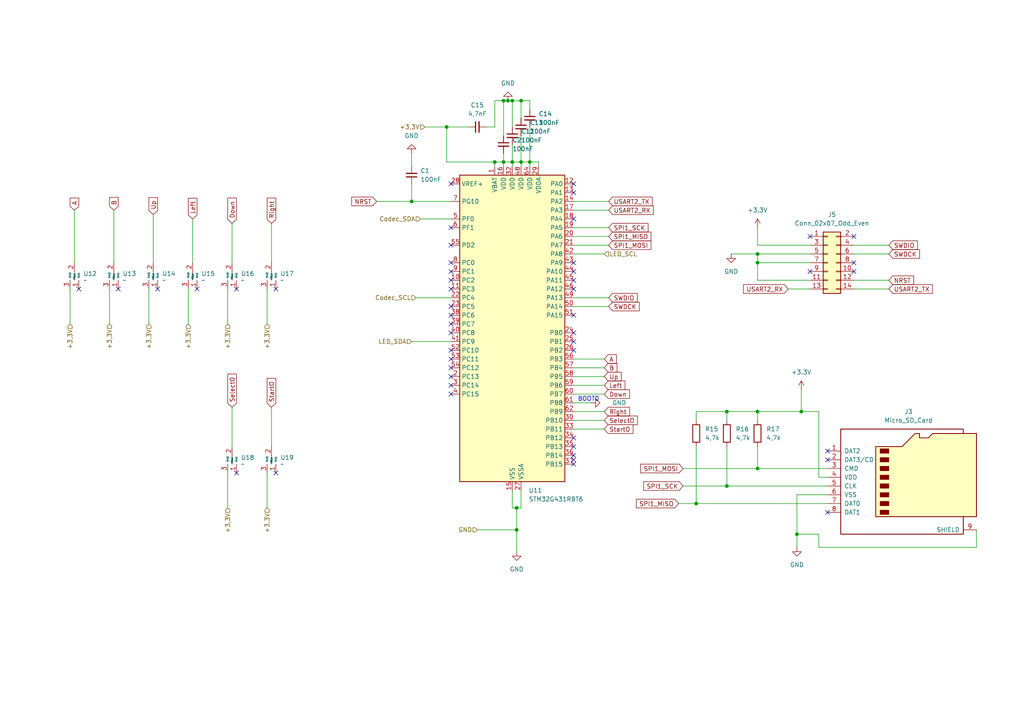
<source format=kicad_sch>
(kicad_sch (version 20231120) (generator "eeschema") (generator_version "8.0")
  (paper "A4")
  (lib_symbols
    (symbol "Connector:Micro_SD_Card" (pin_names (offset 1.016))
      (property "Reference" "J" (at -16.51 15.24 0))
      (property "Value" "Micro_SD_Card" (at 16.51 15.24 0))
      (symbol "Micro_SD_Card_0_1"
        (rectangle (start -7.62 -9.525) (end -5.08 -10.795) (fill (type outline)))
        (rectangle (start -7.62 -6.985) (end -5.08 -8.255) (fill (type outline)))
        (rectangle (start -7.62 -4.445) (end -5.08 -5.715) (fill (type outline)))
        (rectangle (start -7.62 -1.905) (end -5.08 -3.175) (fill (type outline)))
        (rectangle (start -7.62 0.635) (end -5.08 -0.635) (fill (type outline)))
        (rectangle (start -7.62 3.175) (end -5.08 1.905) (fill (type outline)))
        (rectangle (start -7.62 5.715) (end -5.08 4.445) (fill (type outline)))
        (rectangle (start -7.62 8.255) (end -5.08 6.985) (fill (type outline)))
        (polyline (pts (xy 16.51 12.7) (xy 16.51 13.97) (xy -19.05 13.97) (xy -19.05 -16.51) (xy 16.51 -16.51) (xy 16.51 -11.43)) (stroke (width 0.254)))
        (polyline (pts (xy -8.89 -11.43) (xy -8.89 8.89) (xy -1.27 8.89) (xy 2.54 12.7) (xy 3.81 12.7) (xy 3.81 11.43) (xy 6.35 11.43) (xy 7.62 12.7) (xy 20.32 12.7) (xy 20.32 -11.43) (xy -8.89 -11.43)) (stroke (width 0.254)) (fill (type background)))
      )
      (symbol "Micro_SD_Card_1_1"
        (pin bidirectional line (at -22.86 7.62 0) (length 3.81) (name "DAT2") (number "1"))
        (pin bidirectional line (at -22.86 5.08 0) (length 3.81) (name "DAT3/CD") (number "2"))
        (pin input line (at -22.86 2.54 0) (length 3.81) (name "CMD") (number "3"))
        (pin power_in line (at -22.86 0 0) (length 3.81) (name "VDD") (number "4"))
        (pin input line (at -22.86 -2.54 0) (length 3.81) (name "CLK") (number "5"))
        (pin power_in line (at -22.86 -5.08 0) (length 3.81) (name "VSS") (number "6"))
        (pin bidirectional line (at -22.86 -7.62 0) (length 3.81) (name "DAT0") (number "7"))
        (pin bidirectional line (at -22.86 -10.16 0) (length 3.81) (name "DAT1") (number "8"))
        (pin passive line (at 20.32 -15.24 180) (length 3.81) (name "SHIELD") (number "9"))
      )
    )
    (symbol "Connector_Generic:Conn_02x07_Odd_Even" (pin_names (offset 1.016) hide)
      (property "Reference" "J" (at 1.27 10.16 0))
      (property "Value" "Conn_02x07_Odd_Even" (at 1.27 -10.16 0))
      (symbol "Conn_02x07_Odd_Even_1_1"
        (rectangle (start -1.27 -7.493) (end 0 -7.747) (stroke (width 0.1524)))
        (rectangle (start -1.27 -4.953) (end 0 -5.207) (stroke (width 0.1524)))
        (rectangle (start -1.27 -2.413) (end 0 -2.667) (stroke (width 0.1524)))
        (rectangle (start -1.27 0.127) (end 0 -0.127) (stroke (width 0.1524)))
        (rectangle (start -1.27 2.667) (end 0 2.413) (stroke (width 0.1524)))
        (rectangle (start -1.27 5.207) (end 0 4.953) (stroke (width 0.1524)))
        (rectangle (start -1.27 7.747) (end 0 7.493) (stroke (width 0.1524)))
        (rectangle (start -1.27 8.89) (end 3.81 -8.89) (stroke (width 0.254)) (fill (type background)))
        (rectangle (start 3.81 -7.493) (end 2.54 -7.747) (stroke (width 0.1524)))
        (rectangle (start 3.81 -4.953) (end 2.54 -5.207) (stroke (width 0.1524)))
        (rectangle (start 3.81 -2.413) (end 2.54 -2.667) (stroke (width 0.1524)))
        (rectangle (start 3.81 0.127) (end 2.54 -0.127) (stroke (width 0.1524)))
        (rectangle (start 3.81 2.667) (end 2.54 2.413) (stroke (width 0.1524)))
        (rectangle (start 3.81 5.207) (end 2.54 4.953) (stroke (width 0.1524)))
        (rectangle (start 3.81 7.747) (end 2.54 7.493) (stroke (width 0.1524)))
        (pin passive line (at -5.08 7.62 0) (length 3.81) (name "Pin_1") (number "1"))
        (pin passive line (at 7.62 -2.54 180) (length 3.81) (name "Pin_10") (number "10"))
        (pin passive line (at -5.08 -5.08 0) (length 3.81) (name "Pin_11") (number "11"))
        (pin passive line (at 7.62 -5.08 180) (length 3.81) (name "Pin_12") (number "12"))
        (pin passive line (at -5.08 -7.62 0) (length 3.81) (name "Pin_13") (number "13"))
        (pin passive line (at 7.62 -7.62 180) (length 3.81) (name "Pin_14") (number "14"))
        (pin passive line (at 7.62 7.62 180) (length 3.81) (name "Pin_2") (number "2"))
        (pin passive line (at -5.08 5.08 0) (length 3.81) (name "Pin_3") (number "3"))
        (pin passive line (at 7.62 5.08 180) (length 3.81) (name "Pin_4") (number "4"))
        (pin passive line (at -5.08 2.54 0) (length 3.81) (name "Pin_5") (number "5"))
        (pin passive line (at 7.62 2.54 180) (length 3.81) (name "Pin_6") (number "6"))
        (pin passive line (at -5.08 0 0) (length 3.81) (name "Pin_7") (number "7"))
        (pin passive line (at 7.62 0 180) (length 3.81) (name "Pin_8") (number "8"))
        (pin passive line (at -5.08 -2.54 0) (length 3.81) (name "Pin_9") (number "9"))
      )
    )
    (symbol "Device:C_Small" (pin_numbers hide) (pin_names (offset 0.254) hide)
      (property "Reference" "C" (at 0.254 1.778 0))
      (property "Value" "C_Small" (at 0.254 -2.032 0))
      (symbol "C_Small_0_1"
        (polyline (pts (xy -1.524 -0.508) (xy 1.524 -0.508)) (stroke (width 0.3302)))
        (polyline (pts (xy -1.524 0.508) (xy 1.524 0.508)) (stroke (width 0.3048)))
      )
      (symbol "C_Small_1_1"
        (pin passive line (at 0 2.54 270) (length 2.032) (name "~") (number "1"))
        (pin passive line (at 0 -2.54 90) (length 2.032) (name "~") (number "2"))
      )
    )
    (symbol "Device:R" (pin_numbers hide) (pin_names (offset 0))
      (property "Reference" "R" (at 2.032 0 90))
      (property "Value" "R" (at 0 0 90))
      (symbol "R_0_1"
        (rectangle (start -1.016 -2.54) (end 1.016 2.54) (stroke (width 0.254)))
      )
      (symbol "R_1_1"
        (pin passive line (at 0 3.81 270) (length 1.27) (name "~") (number "1"))
        (pin passive line (at 0 -3.81 90) (length 1.27) (name "~") (number "2"))
      )
    )
    (symbol "MCU_ST_STM32G4:STM32G431RBTx"
      (property "Reference" "U" (at -15.24 46.99 0))
      (property "Value" "STM32G431RBTx" (at 10.16 46.99 0))
      (symbol "STM32G431RBTx_0_1"
        (rectangle (start -15.24 -43.18) (end 15.24 45.72) (stroke (width 0.254)) (fill (type background)))
      )
      (symbol "STM32G431RBTx_1_1"
        (pin power_in line (at -5.08 48.26 270) (length 2.54) (name "VBAT") (number "1"))
        (pin bidirectional line (at -17.78 15.24 0) (length 2.54) (name "PC2") (number "10"))
        (pin bidirectional line (at -17.78 12.7 0) (length 2.54) (name "PC3") (number "11"))
        (pin bidirectional line (at 17.78 43.18 180) (length 2.54) (name "PA0") (number "12"))
        (pin bidirectional line (at 17.78 40.64 180) (length 2.54) (name "PA1") (number "13"))
        (pin bidirectional line (at 17.78 38.1 180) (length 2.54) (name "PA2") (number "14"))
        (pin power_in line (at 0 -45.72 90) (length 2.54) (name "VSS") (number "15"))
        (pin power_in line (at -2.54 48.26 270) (length 2.54) (name "VDD") (number "16"))
        (pin bidirectional line (at 17.78 35.56 180) (length 2.54) (name "PA3") (number "17"))
        (pin bidirectional line (at 17.78 33.02 180) (length 2.54) (name "PA4") (number "18"))
        (pin bidirectional line (at 17.78 30.48 180) (length 2.54) (name "PA5") (number "19"))
        (pin bidirectional line (at -17.78 -12.7 0) (length 2.54) (name "PC13") (number "2"))
        (pin bidirectional line (at 17.78 27.94 180) (length 2.54) (name "PA6") (number "20"))
        (pin bidirectional line (at 17.78 25.4 180) (length 2.54) (name "PA7") (number "21"))
        (pin bidirectional line (at -17.78 10.16 0) (length 2.54) (name "PC4") (number "22"))
        (pin bidirectional line (at -17.78 7.62 0) (length 2.54) (name "PC5") (number "23"))
        (pin bidirectional line (at 17.78 0 180) (length 2.54) (name "PB0") (number "24"))
        (pin bidirectional line (at 17.78 -2.54 180) (length 2.54) (name "PB1") (number "25"))
        (pin bidirectional line (at 17.78 -5.08 180) (length 2.54) (name "PB2") (number "26"))
        (pin power_in line (at 2.54 -45.72 90) (length 2.54) (name "VSSA") (number "27"))
        (pin input line (at -17.78 43.18 0) (length 2.54) (name "VREF+") (number "28"))
        (pin power_in line (at 7.62 48.26 270) (length 2.54) (name "VDDA") (number "29"))
        (pin bidirectional line (at -17.78 -15.24 0) (length 2.54) (name "PC14") (number "3"))
        (pin bidirectional line (at 17.78 -25.4 180) (length 2.54) (name "PB10") (number "30"))
        (pin passive line (at 0 -45.72 90) (length 2.54) hide (name "VSS") (number "31"))
        (pin power_in line (at 0 48.26 270) (length 2.54) (name "VDD") (number "32"))
        (pin bidirectional line (at 17.78 -27.94 180) (length 2.54) (name "PB11") (number "33"))
        (pin bidirectional line (at 17.78 -30.48 180) (length 2.54) (name "PB12") (number "34"))
        (pin bidirectional line (at 17.78 -33.02 180) (length 2.54) (name "PB13") (number "35"))
        (pin bidirectional line (at 17.78 -35.56 180) (length 2.54) (name "PB14") (number "36"))
        (pin bidirectional line (at 17.78 -38.1 180) (length 2.54) (name "PB15") (number "37"))
        (pin bidirectional line (at -17.78 5.08 0) (length 2.54) (name "PC6") (number "38"))
        (pin bidirectional line (at -17.78 2.54 0) (length 2.54) (name "PC7") (number "39"))
        (pin bidirectional line (at -17.78 -17.78 0) (length 2.54) (name "PC15") (number "4"))
        (pin bidirectional line (at -17.78 0 0) (length 2.54) (name "PC8") (number "40"))
        (pin bidirectional line (at -17.78 -2.54 0) (length 2.54) (name "PC9") (number "41"))
        (pin bidirectional line (at 17.78 22.86 180) (length 2.54) (name "PA8") (number "42"))
        (pin bidirectional line (at 17.78 20.32 180) (length 2.54) (name "PA9") (number "43"))
        (pin bidirectional line (at 17.78 17.78 180) (length 2.54) (name "PA10") (number "44"))
        (pin bidirectional line (at 17.78 15.24 180) (length 2.54) (name "PA11") (number "45"))
        (pin bidirectional line (at 17.78 12.7 180) (length 2.54) (name "PA12") (number "46"))
        (pin passive line (at 0 -45.72 90) (length 2.54) hide (name "VSS") (number "47"))
        (pin power_in line (at 2.54 48.26 270) (length 2.54) (name "VDD") (number "48"))
        (pin bidirectional line (at 17.78 10.16 180) (length 2.54) (name "PA13") (number "49"))
        (pin bidirectional line (at -17.78 33.02 0) (length 2.54) (name "PF0") (number "5"))
        (pin bidirectional line (at 17.78 7.62 180) (length 2.54) (name "PA14") (number "50"))
        (pin bidirectional line (at 17.78 5.08 180) (length 2.54) (name "PA15") (number "51"))
        (pin bidirectional line (at -17.78 -5.08 0) (length 2.54) (name "PC10") (number "52"))
        (pin bidirectional line (at -17.78 -7.62 0) (length 2.54) (name "PC11") (number "53"))
        (pin bidirectional line (at -17.78 -10.16 0) (length 2.54) (name "PC12") (number "54"))
        (pin bidirectional line (at -17.78 25.4 0) (length 2.54) (name "PD2") (number "55"))
        (pin bidirectional line (at 17.78 -7.62 180) (length 2.54) (name "PB3") (number "56"))
        (pin bidirectional line (at 17.78 -10.16 180) (length 2.54) (name "PB4") (number "57"))
        (pin bidirectional line (at 17.78 -12.7 180) (length 2.54) (name "PB5") (number "58"))
        (pin bidirectional line (at 17.78 -15.24 180) (length 2.54) (name "PB6") (number "59"))
        (pin bidirectional line (at -17.78 30.48 0) (length 2.54) (name "PF1") (number "6"))
        (pin bidirectional line (at 17.78 -17.78 180) (length 2.54) (name "PB7") (number "60"))
        (pin bidirectional line (at 17.78 -20.32 180) (length 2.54) (name "PB8") (number "61"))
        (pin bidirectional line (at 17.78 -22.86 180) (length 2.54) (name "PB9") (number "62"))
        (pin passive line (at 0 -45.72 90) (length 2.54) hide (name "VSS") (number "63"))
        (pin power_in line (at 5.08 48.26 270) (length 2.54) (name "VDD") (number "64"))
        (pin bidirectional line (at -17.78 38.1 0) (length 2.54) (name "PG10") (number "7"))
        (pin bidirectional line (at -17.78 20.32 0) (length 2.54) (name "PC0") (number "8"))
        (pin bidirectional line (at -17.78 17.78 0) (length 2.54) (name "PC1") (number "9"))
      )
    )
    (symbol "New_Library:Switch carré"
      (property "Reference" "U" (at 0.254 -1.778 0))
      (symbol "Switch carré_0_1"
        (polyline (pts (xy -1.27 0) (xy 1.27 0)))
      )
      (symbol "Switch carré_1_1"
        (pin input line (at 3.81 1.27 180) (length 2.54) (name "VIn1") (number "1"))
        (pin output line (at -3.81 0 0) (length 2.54) (name "VOut") (number "2"))
        (pin input line (at 3.81 -1.27 180) (length 2.54) (name "VIn3") (number "3"))
      )
    )
    (symbol "power:+3.3V" (power) (pin_numbers hide) (pin_names (offset 0) hide)
      (property "Value" "+3.3V" (at 0 3.556 0))
      (symbol "+3.3V_0_1"
        (polyline (pts (xy -0.762 1.27) (xy 0 2.54)))
        (polyline (pts (xy 0 0) (xy 0 2.54)))
        (polyline (pts (xy 0 2.54) (xy 0.762 1.27)))
      )
      (symbol "+3.3V_1_1"
        (pin power_in line (at 0 0 90) (length 0) (name "~") (number "1"))
      )
    )
    (symbol "power:GND" (power) (pin_numbers hide) (pin_names (offset 0) hide)
      (property "Value" "GND" (at 0 -3.81 0))
      (symbol "GND_0_1"
        (polyline (pts (xy 0 0) (xy 0 -1.27) (xy 1.27 -1.27) (xy 0 -2.54) (xy -1.27 -1.27) (xy 0 -1.27)))
      )
      (symbol "GND_1_1"
        (pin power_in line (at 0 0 270) (length 0) (name "~") (number "1"))
      )
    )
  )
  (junction (at 210.82 119.38))
  (junction (at 148.59 46.99))
  (junction (at 149.86 147.32))
  (junction (at 201.93 146.05))
  (junction (at 210.82 140.97))
  (junction (at 219.71 73.66))
  (junction (at 153.67 46.99))
  (junction (at 151.13 46.99))
  (junction (at 232.41 119.38))
  (junction (at 149.86 153.67))
  (junction (at 148.59 29.21))
  (junction (at 151.13 29.21))
  (junction (at 147.32 29.21))
  (junction (at 119.38 58.42))
  (junction (at 143.51 46.99))
  (junction (at 146.05 29.21))
  (junction (at 219.71 76.2))
  (junction (at 146.05 46.99))
  (junction (at 219.71 135.89))
  (junction (at 219.71 119.38))
  (junction (at 129.54 36.83))
  (junction (at 231.14 154.94))
  (no_connect (at 130.81 88.9))
  (no_connect (at 247.65 76.2))
  (no_connect (at 130.81 91.44))
  (no_connect (at 166.37 132.08))
  (no_connect (at 234.95 68.58))
  (no_connect (at 130.81 78.74))
  (no_connect (at 166.37 129.54))
  (no_connect (at 130.81 93.98))
  (no_connect (at 166.37 127))
  (no_connect (at 166.37 133.35))
  (no_connect (at 166.37 81.28))
  (no_connect (at 80.01 137.16))
  (no_connect (at 22.86 83.82))
  (no_connect (at 166.37 134.62))
  (no_connect (at 130.81 71.12))
  (no_connect (at 130.81 114.3))
  (no_connect (at 130.81 106.68))
  (no_connect (at 166.37 53.34))
  (no_connect (at 166.37 55.88))
  (no_connect (at 130.81 109.22))
  (no_connect (at 130.81 76.2))
  (no_connect (at 247.65 68.58))
  (no_connect (at 166.37 96.52))
  (no_connect (at 130.81 53.34))
  (no_connect (at 80.01 83.82))
  (no_connect (at 130.81 111.76))
  (no_connect (at 234.95 78.74))
  (no_connect (at 240.03 148.59))
  (no_connect (at 130.81 83.82))
  (no_connect (at 68.58 83.82))
  (no_connect (at 130.81 66.04))
  (no_connect (at 57.15 83.82))
  (no_connect (at 166.37 83.82))
  (no_connect (at 166.37 63.5))
  (no_connect (at 166.37 101.6))
  (no_connect (at 166.37 76.2))
  (no_connect (at 166.37 91.44))
  (no_connect (at 166.37 78.74))
  (no_connect (at 130.81 81.28))
  (no_connect (at 34.29 83.82))
  (no_connect (at 240.03 130.81))
  (no_connect (at 130.81 101.6))
  (no_connect (at 247.65 78.74))
  (no_connect (at 240.03 133.35))
  (no_connect (at 45.72 83.82))
  (no_connect (at 130.81 96.52))
  (no_connect (at 68.58 137.16))
  (no_connect (at 130.81 104.14))
  (no_connect (at 166.37 99.06))
  (wire (pts (xy 166.37 109.22) (xy 175.26 109.22)))
  (wire (pts (xy 54.61 83.82) (xy 54.61 93.98)))
  (wire (pts (xy 129.54 36.83) (xy 129.54 46.99)))
  (wire (pts (xy 232.41 113.03) (xy 232.41 119.38)))
  (wire (pts (xy 138.43 153.67) (xy 149.86 153.67)))
  (wire (pts (xy 33.02 60.96) (xy 33.02 76.2)))
  (wire (pts (xy 151.13 46.99) (xy 153.67 46.99)))
  (wire (pts (xy 31.75 83.82) (xy 31.75 93.98)))
  (wire (pts (xy 166.37 88.9) (xy 176.53 88.9)))
  (wire (pts (xy 146.05 39.37) (xy 146.05 29.21)))
  (wire (pts (xy 78.74 118.11) (xy 78.74 129.54)))
  (wire (pts (xy 240.03 143.51) (xy 231.14 143.51)))
  (wire (pts (xy 153.67 36.83) (xy 153.67 46.99)))
  (wire (pts (xy 237.49 138.43) (xy 237.49 119.38)))
  (wire (pts (xy 151.13 29.21) (xy 153.67 29.21)))
  (wire (pts (xy 219.71 129.54) (xy 219.71 135.89)))
  (wire (pts (xy 234.95 81.28) (xy 219.71 81.28)))
  (wire (pts (xy 166.37 104.14) (xy 175.26 104.14)))
  (wire (pts (xy 166.37 68.58) (xy 176.53 68.58)))
  (wire (pts (xy 148.59 41.91) (xy 148.59 46.99)))
  (wire (pts (xy 156.21 48.26) (xy 156.21 46.99)))
  (wire (pts (xy 201.93 129.54) (xy 201.93 146.05)))
  (wire (pts (xy 148.59 29.21) (xy 148.59 36.83)))
  (wire (pts (xy 210.82 140.97) (xy 240.03 140.97)))
  (wire (pts (xy 237.49 154.94) (xy 231.14 154.94)))
  (wire (pts (xy 201.93 119.38) (xy 201.93 121.92)))
  (wire (pts (xy 234.95 76.2) (xy 219.71 76.2)))
  (wire (pts (xy 66.04 83.82) (xy 66.04 93.98)))
  (wire (pts (xy 166.37 86.36) (xy 176.53 86.36)))
  (wire (pts (xy 237.49 158.75) (xy 237.49 154.94)))
  (wire (pts (xy 166.37 106.68) (xy 175.26 106.68)))
  (wire (pts (xy 247.65 71.12) (xy 257.81 71.12)))
  (wire (pts (xy 148.59 29.21) (xy 151.13 29.21)))
  (wire (pts (xy 219.71 119.38) (xy 219.71 121.92)))
  (wire (pts (xy 149.86 153.67) (xy 149.86 160.02)))
  (wire (pts (xy 146.05 46.99) (xy 148.59 46.99)))
  (wire (pts (xy 151.13 34.29) (xy 151.13 29.21)))
  (wire (pts (xy 21.59 60.96) (xy 21.59 76.2)))
  (wire (pts (xy 166.37 71.12) (xy 176.53 71.12)))
  (wire (pts (xy 166.37 114.3) (xy 175.26 114.3)))
  (wire (pts (xy 237.49 119.38) (xy 232.41 119.38)))
  (wire (pts (xy 234.95 71.12) (xy 219.71 71.12)))
  (wire (pts (xy 149.86 147.32) (xy 149.86 153.67)))
  (wire (pts (xy 119.38 53.34) (xy 119.38 58.42)))
  (wire (pts (xy 166.37 73.66) (xy 175.26 73.66)))
  (wire (pts (xy 78.74 64.77) (xy 78.74 76.2)))
  (wire (pts (xy 140.97 36.83) (xy 143.51 36.83)))
  (wire (pts (xy 219.71 119.38) (xy 232.41 119.38)))
  (wire (pts (xy 166.37 58.42) (xy 176.53 58.42)))
  (wire (pts (xy 283.21 158.75) (xy 237.49 158.75)))
  (wire (pts (xy 120.65 86.36) (xy 130.81 86.36)))
  (wire (pts (xy 210.82 119.38) (xy 210.82 121.92)))
  (wire (pts (xy 129.54 36.83) (xy 135.89 36.83)))
  (wire (pts (xy 247.65 81.28) (xy 257.81 81.28)))
  (wire (pts (xy 210.82 119.38) (xy 201.93 119.38)))
  (wire (pts (xy 151.13 46.99) (xy 151.13 48.26)))
  (wire (pts (xy 153.67 46.99) (xy 153.67 48.26)))
  (wire (pts (xy 219.71 73.66) (xy 234.95 73.66)))
  (wire (pts (xy 240.03 138.43) (xy 237.49 138.43)))
  (wire (pts (xy 119.38 58.42) (xy 130.81 58.42)))
  (wire (pts (xy 146.05 46.99) (xy 146.05 48.26)))
  (wire (pts (xy 129.54 46.99) (xy 143.51 46.99)))
  (wire (pts (xy 231.14 143.51) (xy 231.14 154.94)))
  (wire (pts (xy 43.18 83.82) (xy 43.18 93.98)))
  (wire (pts (xy 109.22 58.42) (xy 119.38 58.42)))
  (wire (pts (xy 166.37 60.96) (xy 176.53 60.96)))
  (wire (pts (xy 231.14 154.94) (xy 231.14 158.75)))
  (wire (pts (xy 219.71 76.2) (xy 219.71 73.66)))
  (wire (pts (xy 228.6 83.82) (xy 234.95 83.82)))
  (wire (pts (xy 66.04 137.16) (xy 66.04 147.32)))
  (wire (pts (xy 283.21 153.67) (xy 283.21 158.75)))
  (wire (pts (xy 166.37 121.92) (xy 175.26 121.92)))
  (wire (pts (xy 151.13 147.32) (xy 149.86 147.32)))
  (wire (pts (xy 77.47 83.82) (xy 77.47 93.98)))
  (wire (pts (xy 210.82 129.54) (xy 210.82 140.97)))
  (wire (pts (xy 119.38 44.45) (xy 119.38 48.26)))
  (wire (pts (xy 219.71 119.38) (xy 210.82 119.38)))
  (wire (pts (xy 121.92 63.5) (xy 130.81 63.5)))
  (wire (pts (xy 20.32 83.82) (xy 20.32 93.98)))
  (wire (pts (xy 166.37 116.84) (xy 171.45 116.84)))
  (wire (pts (xy 151.13 39.37) (xy 151.13 46.99)))
  (wire (pts (xy 201.93 146.05) (xy 240.03 146.05)))
  (wire (pts (xy 166.37 66.04) (xy 176.53 66.04)))
  (wire (pts (xy 130.81 99.06) (xy 119.38 99.06)))
  (wire (pts (xy 143.51 46.99) (xy 146.05 46.99)))
  (wire (pts (xy 153.67 31.75) (xy 153.67 29.21)))
  (wire (pts (xy 148.59 46.99) (xy 148.59 48.26)))
  (wire (pts (xy 148.59 142.24) (xy 148.59 147.32)))
  (wire (pts (xy 166.37 119.38) (xy 175.26 119.38)))
  (wire (pts (xy 123.19 36.83) (xy 129.54 36.83)))
  (wire (pts (xy 143.51 36.83) (xy 143.51 29.21)))
  (wire (pts (xy 219.71 76.2) (xy 219.71 81.28)))
  (wire (pts (xy 198.12 135.89) (xy 219.71 135.89)))
  (wire (pts (xy 212.09 73.66) (xy 219.71 73.66)))
  (wire (pts (xy 67.31 118.11) (xy 67.31 129.54)))
  (wire (pts (xy 148.59 46.99) (xy 151.13 46.99)))
  (wire (pts (xy 148.59 147.32) (xy 149.86 147.32)))
  (wire (pts (xy 219.71 66.04) (xy 219.71 71.12)))
  (wire (pts (xy 55.88 63.5) (xy 55.88 76.2)))
  (wire (pts (xy 146.05 44.45) (xy 146.05 46.99)))
  (wire (pts (xy 147.32 29.21) (xy 148.59 29.21)))
  (wire (pts (xy 166.37 124.46) (xy 175.26 124.46)))
  (wire (pts (xy 143.51 46.99) (xy 143.51 48.26)))
  (wire (pts (xy 166.37 111.76) (xy 175.26 111.76)))
  (wire (pts (xy 77.47 137.16) (xy 77.47 147.32)))
  (wire (pts (xy 198.12 140.97) (xy 210.82 140.97)))
  (wire (pts (xy 67.31 64.77) (xy 67.31 76.2)))
  (wire (pts (xy 219.71 135.89) (xy 240.03 135.89)))
  (wire (pts (xy 247.65 83.82) (xy 257.81 83.82)))
  (wire (pts (xy 143.51 29.21) (xy 146.05 29.21)))
  (wire (pts (xy 151.13 142.24) (xy 151.13 147.32)))
  (wire (pts (xy 44.45 62.23) (xy 44.45 76.2)))
  (wire (pts (xy 146.05 29.21) (xy 147.32 29.21)))
  (wire (pts (xy 196.85 146.05) (xy 201.93 146.05)))
  (wire (pts (xy 247.65 73.66) (xy 257.81 73.66)))
  (wire (pts (xy 156.21 46.99) (xy 153.67 46.99)))
  (text "BOOT0" (at 170.688 115.824 0) (effects (font (size 1.27 1.27))))
  (global_label "Down" (shape input) (at 175.26 114.3 0) (property "Intersheetrefs" "${INTERSHEET_REFS}" (effects (hide yes))))
  (global_label "USART2_RX" (shape input) (at 176.53 60.96 0) (property "Intersheetrefs" "${INTERSHEET_REFS}" (effects (hide yes))))
  (global_label "SelectO" (shape input) (at 67.31 118.11 90) (property "Intersheetrefs" "${INTERSHEET_REFS}" (effects (hide yes))))
  (global_label "StartO" (shape input) (at 78.74 118.11 90) (property "Intersheetrefs" "${INTERSHEET_REFS}" (effects (hide yes))))
  (global_label "SPI1_MISO" (shape input) (at 176.53 68.58 0) (property "Intersheetrefs" "${INTERSHEET_REFS}" (effects (hide yes))))
  (global_label "SWDCK" (shape input) (at 176.53 88.9 0) (property "Intersheetrefs" "${INTERSHEET_REFS}" (effects (hide yes))))
  (global_label "SWDIO" (shape input) (at 176.53 86.36 0) (property "Intersheetrefs" "${INTERSHEET_REFS}" (effects (hide yes))))
  (global_label "SPI1_MISO" (shape input) (at 196.85 146.05 180) (property "Intersheetrefs" "${INTERSHEET_REFS}" (effects (hide yes))))
  (global_label "StartO" (shape input) (at 175.26 124.46 0) (property "Intersheetrefs" "${INTERSHEET_REFS}" (effects (hide yes))))
  (global_label "SWDIO" (shape input) (at 257.81 71.12 0) (property "Intersheetrefs" "${INTERSHEET_REFS}" (effects (hide yes))))
  (global_label "A" (shape input) (at 21.59 60.96 90) (property "Intersheetrefs" "${INTERSHEET_REFS}" (effects (hide yes))))
  (global_label "SPI1_SCK" (shape input) (at 176.53 66.04 0) (property "Intersheetrefs" "${INTERSHEET_REFS}" (effects (hide yes))))
  (global_label "NRST" (shape input) (at 257.81 81.28 0) (property "Intersheetrefs" "${INTERSHEET_REFS}" (effects (hide yes))))
  (global_label "USART2_TX" (shape input) (at 257.81 83.82 0) (property "Intersheetrefs" "${INTERSHEET_REFS}" (effects (hide yes))))
  (global_label "Up" (shape input) (at 44.45 62.23 90) (property "Intersheetrefs" "${INTERSHEET_REFS}" (effects (hide yes))))
  (global_label "NRST" (shape input) (at 109.22 58.42 180) (property "Intersheetrefs" "${INTERSHEET_REFS}" (effects (hide yes))))
  (global_label "USART2_TX" (shape input) (at 176.53 58.42 0) (property "Intersheetrefs" "${INTERSHEET_REFS}" (effects (hide yes))))
  (global_label "Left" (shape input) (at 55.88 63.5 90) (property "Intersheetrefs" "${INTERSHEET_REFS}" (effects (hide yes))))
  (global_label "USART2_RX" (shape input) (at 228.6 83.82 180) (property "Intersheetrefs" "${INTERSHEET_REFS}" (effects (hide yes))))
  (global_label "SelectO" (shape input) (at 175.26 121.92 0) (property "Intersheetrefs" "${INTERSHEET_REFS}" (effects (hide yes))))
  (global_label "SPI1_MOSI" (shape input) (at 176.53 71.12 0) (property "Intersheetrefs" "${INTERSHEET_REFS}" (effects (hide yes))))
  (global_label "Right" (shape input) (at 78.74 64.77 90) (property "Intersheetrefs" "${INTERSHEET_REFS}" (effects (hide yes))))
  (global_label "Down" (shape input) (at 67.31 64.77 90) (property "Intersheetrefs" "${INTERSHEET_REFS}" (effects (hide yes))))
  (global_label "Right" (shape input) (at 175.26 119.38 0) (property "Intersheetrefs" "${INTERSHEET_REFS}" (effects (hide yes))))
  (global_label "B" (shape input) (at 33.02 60.96 90) (property "Intersheetrefs" "${INTERSHEET_REFS}" (effects (hide yes))))
  (global_label "A" (shape input) (at 175.26 104.14 0) (property "Intersheetrefs" "${INTERSHEET_REFS}" (effects (hide yes))))
  (global_label "B" (shape input) (at 175.26 106.68 0) (property "Intersheetrefs" "${INTERSHEET_REFS}" (effects (hide yes))))
  (global_label "SPI1_SCK" (shape input) (at 198.12 140.97 180) (property "Intersheetrefs" "${INTERSHEET_REFS}" (effects (hide yes))))
  (global_label "SPI1_MOSI" (shape input) (at 198.12 135.89 180) (property "Intersheetrefs" "${INTERSHEET_REFS}" (effects (hide yes))))
  (global_label "SWDCK" (shape input) (at 257.81 73.66 0) (property "Intersheetrefs" "${INTERSHEET_REFS}" (effects (hide yes))))
  (global_label "Left" (shape input) (at 175.26 111.76 0) (property "Intersheetrefs" "${INTERSHEET_REFS}" (effects (hide yes))))
  (global_label "Up" (shape input) (at 175.26 109.22 0) (property "Intersheetrefs" "${INTERSHEET_REFS}" (effects (hide yes))))
  (hierarchical_label "+3,3V" (shape input) (at 66.04 93.98 270))
  (hierarchical_label "+3,3V" (shape input) (at 77.47 147.32 270))
  (hierarchical_label "LED_SDA" (shape input) (at 119.38 99.06 180))
  (hierarchical_label "+3,3V" (shape input) (at 54.61 93.98 270))
  (hierarchical_label "+3,3V" (shape input) (at 123.19 36.83 180))
  (hierarchical_label "+3,3V" (shape input) (at 66.04 147.32 270))
  (hierarchical_label "+3,3V" (shape input) (at 77.47 93.98 270))
  (hierarchical_label "+3,3V" (shape input) (at 20.32 93.98 270))
  (hierarchical_label "GND" (shape input) (at 138.43 153.67 180))
  (hierarchical_label "Codec_SDA" (shape input) (at 121.92 63.5 180))
  (hierarchical_label "+3,3V" (shape input) (at 31.75 93.98 270))
  (hierarchical_label "+3,3V" (shape input) (at 43.18 93.98 270))
  (hierarchical_label "Codec_SCL" (shape input) (at 120.65 86.36 180))
  (hierarchical_label "LED_SCL" (shape input) (at 175.26 73.66 0))
  (symbol (lib_id "New_Library:Switch carré") (at 78.74 80.01 270) (unit 1)
    (property "Reference" "U17" (at 81.28 79.3749 90) (effects (justify left)))
    (property "Value" "~" (at 81.28 81.28 90) (effects (justify left)))
    (property "Footprint" "Library:Switch carré" (effects (hide yes)))
  )
  (symbol (lib_id "New_Library:Switch carré") (at 78.74 133.35 270) (unit 1)
    (property "Reference" "U19" (at 81.28 132.7149 90) (effects (justify left)))
    (property "Value" "~" (at 81.28 134.62 90) (effects (justify left)))
    (property "Footprint" "Library:Switch carré" (effects (hide yes)))
  )
  (symbol (lib_id "Device:C_Small") (at 119.38 50.8 180) (unit 1)
    (property "Reference" "C1" (at 121.92 49.5235 0) (effects (justify right)))
    (property "Value" "100nF" (at 121.92 52.0635 0) (effects (justify right)))
    (property "Footprint" "Capacitor_SMD:C_0603_1608Metric_Pad1.08x0.95mm_HandSolder" (effects (hide yes)))
    (property "Description" "Unpolarized capacitor, small symbol" (effects (hide yes)))
  )
  (symbol (lib_id "power:GND") (at 171.45 116.84 90) (unit 1)
    (property "Reference" "#PWR09" (effects (hide yes)))
    (property "Value" "GND" (at 177.546 116.84 90) (effects (justify right)))
    (property "Description" "Power symbol creates a global label with name \"GND\" , ground" (effects (hide yes)))
  )
  (symbol (lib_id "New_Library:Switch carré") (at 67.31 80.01 270) (unit 1)
    (property "Reference" "U16" (at 69.85 79.3749 90) (effects (justify left)))
    (property "Value" "~" (at 69.85 81.28 90) (effects (justify left)))
    (property "Footprint" "Library:Switch carré" (effects (hide yes)))
  )
  (symbol (lib_id "Device:C_Small") (at 138.43 36.83 90) (unit 1)
    (property "Reference" "C15" (at 138.4363 30.48 90))
    (property "Value" "4,7nF" (at 138.4363 33.02 90))
    (property "Footprint" "Capacitor_SMD:C_0603_1608Metric_Pad1.08x0.95mm_HandSolder" (effects (hide yes)))
    (property "Description" "Unpolarized capacitor, small symbol" (effects (hide yes)))
  )
  (symbol (lib_id "power:+3.3V") (at 232.41 113.03 0) (unit 1)
    (property "Reference" "#PWR030" (effects (hide yes)))
    (property "Value" "+3.3V" (at 232.41 107.95 0))
    (property "Description" "Power symbol creates a global label with name \"+3.3V\"" (effects (hide yes)))
  )
  (symbol (lib_id "Device:R") (at 219.71 125.73 0) (unit 1)
    (property "Reference" "R17" (at 222.25 124.4599 0) (effects (justify left)))
    (property "Value" "4,7k" (at 222.25 126.9999 0) (effects (justify left)))
    (property "Footprint" "Resistor_SMD:R_0805_2012Metric_Pad1.20x1.40mm_HandSolder" (effects (hide yes)))
    (property "Description" "Resistor" (effects (hide yes)))
  )
  (symbol (lib_id "Device:R") (at 201.93 125.73 0) (unit 1)
    (property "Reference" "R15" (at 204.47 124.4599 0) (effects (justify left)))
    (property "Value" "4,7k" (at 204.47 126.9999 0) (effects (justify left)))
    (property "Footprint" "Resistor_SMD:R_0805_2012Metric_Pad1.20x1.40mm_HandSolder" (effects (hide yes)))
    (property "Description" "Resistor" (effects (hide yes)))
  )
  (symbol (lib_id "New_Library:Switch carré") (at 55.88 80.01 270) (unit 1)
    (property "Reference" "U15" (at 58.42 79.3749 90) (effects (justify left)))
    (property "Value" "~" (at 58.42 81.28 90) (effects (justify left)))
    (property "Footprint" "Library:Switch carré" (effects (hide yes)))
  )
  (symbol (lib_id "Connector_Generic:Conn_02x07_Odd_Even") (at 240.03 76.2 0) (unit 1)
    (property "Reference" "J5" (at 241.3 62.23 0))
    (property "Value" "Conn_02x07_Odd_Even" (at 241.3 64.77 0))
    (property "Footprint" "Connector_PinHeader_1.27mm:PinHeader_2x07_P1.27mm_Vertical" (effects (hide yes)))
    (property "Description" "Generic connector, double row, 02x07, odd/even pin numbering scheme (row 1 odd numbers, row 2 even numbers), script generated (kicad-library-utils/schlib/autogen/connector/)" (effects (hide yes)))
  )
  (symbol (lib_id "power:GND") (at 119.38 44.45 180) (unit 1)
    (property "Reference" "#PWR011" (effects (hide yes)))
    (property "Value" "GND" (at 119.38 39.37 0))
    (property "Description" "Power symbol creates a global label with name \"GND\" , ground" (effects (hide yes)))
  )
  (symbol (lib_id "power:GND") (at 212.09 73.66 0) (unit 1)
    (property "Reference" "#PWR041" (effects (hide yes)))
    (property "Value" "GND" (at 212.09 78.74 0))
    (property "Description" "Power symbol creates a global label with name \"GND\" , ground" (effects (hide yes)))
  )
  (symbol (lib_id "MCU_ST_STM32G4:STM32G431RBTx") (at 148.59 96.52 0) (unit 1)
    (property "Reference" "U11" (at 153.3241 142.24 0) (effects (justify left)))
    (property "Value" "STM32G431RBT6" (at 153.3241 144.78 0) (effects (justify left)))
    (property "Footprint" "Package_QFP:LQFP-64_10x10mm_P0.5mm" (effects (hide yes)))
    (property "Datasheet" "https://www.st.com/resource/en/datasheet/stm32g431rb.pdf" (effects (hide yes)))
    (property "Description" "STMicroelectronics Arm Cortex-M4 MCU, 128KB flash, 32KB RAM, 170 MHz, 1.71-3.6V, 52 GPIO, LQFP64" (effects (hide yes)))
  )
  (symbol (lib_id "Device:C_Small") (at 148.59 39.37 0) (unit 1)
    (property "Reference" "C12" (at 151.13 38.1062 0) (effects (justify left)))
    (property "Value" "100nF" (at 151.13 40.6462 0) (effects (justify left)))
    (property "Footprint" "Capacitor_SMD:C_0603_1608Metric_Pad1.08x0.95mm_HandSolder" (effects (hide yes)))
    (property "Description" "Unpolarized capacitor, small symbol" (effects (hide yes)))
  )
  (symbol (lib_id "New_Library:Switch carré") (at 44.45 80.01 270) (unit 1)
    (property "Reference" "U14" (at 46.99 79.3749 90) (effects (justify left)))
    (property "Value" "~" (at 46.99 81.28 90) (effects (justify left)))
    (property "Footprint" "Library:Switch carré" (effects (hide yes)))
  )
  (symbol (lib_id "New_Library:Switch carré") (at 67.31 133.35 270) (unit 1)
    (property "Reference" "U18" (at 69.85 132.7149 90) (effects (justify left)))
    (property "Value" "~" (at 69.85 134.62 90) (effects (justify left)))
    (property "Footprint" "Library:Switch carré" (effects (hide yes)))
  )
  (symbol (lib_id "Device:C_Small") (at 151.13 36.83 0) (unit 1)
    (property "Reference" "C13" (at 153.67 35.5662 0) (effects (justify left)))
    (property "Value" "100nF" (at 153.67 38.1062 0) (effects (justify left)))
    (property "Footprint" "Capacitor_SMD:C_0603_1608Metric_Pad1.08x0.95mm_HandSolder" (effects (hide yes)))
    (property "Description" "Unpolarized capacitor, small symbol" (effects (hide yes)))
  )
  (symbol (lib_id "Device:C_Small") (at 146.05 41.91 0) (unit 1)
    (property "Reference" "C2" (at 148.59 40.6462 0) (effects (justify left)))
    (property "Value" "100nF" (at 148.59 43.1862 0) (effects (justify left)))
    (property "Footprint" "Capacitor_SMD:C_0603_1608Metric_Pad1.08x0.95mm_HandSolder" (effects (hide yes)))
    (property "Description" "Unpolarized capacitor, small symbol" (effects (hide yes)))
  )
  (symbol (lib_id "power:+3.3V") (at 219.71 66.04 0) (unit 1)
    (property "Reference" "#PWR042" (effects (hide yes)))
    (property "Value" "+3.3V" (at 219.71 60.96 0))
    (property "Description" "Power symbol creates a global label with name \"+3.3V\"" (effects (hide yes)))
  )
  (symbol (lib_id "New_Library:Switch carré") (at 21.59 80.01 270) (unit 1)
    (property "Reference" "U12" (at 24.13 79.3749 90) (effects (justify left)))
    (property "Value" "~" (at 24.13 81.28 90) (effects (justify left)))
    (property "Footprint" "Library:Switch carré" (effects (hide yes)))
  )
  (symbol (lib_id "power:GND") (at 149.86 160.02 0) (unit 1)
    (property "Reference" "#PWR010" (effects (hide yes)))
    (property "Value" "GND" (at 149.86 165.1 0))
    (property "Description" "Power symbol creates a global label with name \"GND\" , ground" (effects (hide yes)))
  )
  (symbol (lib_id "New_Library:Switch carré") (at 33.02 80.01 270) (unit 1)
    (property "Reference" "U13" (at 35.56 79.3749 90) (effects (justify left)))
    (property "Value" "~" (at 35.56 81.28 90) (effects (justify left)))
    (property "Footprint" "Library:Switch carré" (effects (hide yes)))
  )
  (symbol (lib_id "power:GND") (at 231.14 158.75 0) (unit 1)
    (property "Reference" "#PWR029" (effects (hide yes)))
    (property "Value" "GND" (at 231.14 163.83 0))
    (property "Description" "Power symbol creates a global label with name \"GND\" , ground" (effects (hide yes)))
  )
  (symbol (lib_id "Connector:Micro_SD_Card") (at 262.89 138.43 0) (unit 1)
    (property "Reference" "J3" (at 263.525 119.38 0))
    (property "Value" "Micro_SD_Card" (at 263.525 121.92 0))
    (property "Footprint" "Connector_Card:microSD_HC_Molex_104031-0811" (effects (hide yes)))
    (property "Datasheet" "http://katalog.we-online.de/em/datasheet/693072010801.pdf" (effects (hide yes)))
    (property "Description" "Micro SD Card Socket" (effects (hide yes)))
  )
  (symbol (lib_id "Device:R") (at 210.82 125.73 0) (unit 1)
    (property "Reference" "R16" (at 213.36 124.4599 0) (effects (justify left)))
    (property "Value" "4,7k" (at 213.36 126.9999 0) (effects (justify left)))
    (property "Footprint" "Resistor_SMD:R_0805_2012Metric_Pad1.20x1.40mm_HandSolder" (effects (hide yes)))
    (property "Description" "Resistor" (effects (hide yes)))
  )
  (symbol (lib_id "Device:C_Small") (at 153.67 34.29 0) (unit 1)
    (property "Reference" "C14" (at 156.21 33.0262 0) (effects (justify left)))
    (property "Value" "100nF" (at 156.21 35.5662 0) (effects (justify left)))
    (property "Footprint" "Capacitor_SMD:C_0603_1608Metric_Pad1.08x0.95mm_HandSolder" (effects (hide yes)))
    (property "Description" "Unpolarized capacitor, small symbol" (effects (hide yes)))
  )
  (symbol (lib_id "power:GND") (at 147.32 29.21 180) (unit 1)
    (property "Reference" "#PWR012" (effects (hide yes)))
    (property "Value" "GND" (at 147.32 24.13 0))
    (property "Description" "Power symbol creates a global label with name \"GND\" , ground" (effects (hide yes)))
  )
)
</source>
